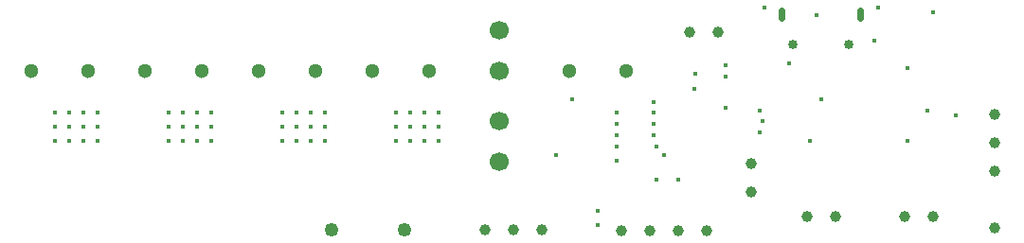
<source format=gbr>
%TF.GenerationSoftware,KiCad,Pcbnew,(5.1.5)-3*%
%TF.CreationDate,2020-01-16T00:36:53-05:00*%
%TF.ProjectId,STM32_Klipper_Expander,53544d33-325f-44b6-9c69-707065725f45,rev?*%
%TF.SameCoordinates,Original*%
%TF.FileFunction,Plated,1,2,PTH,Mixed*%
%TF.FilePolarity,Positive*%
%FSLAX46Y46*%
G04 Gerber Fmt 4.6, Leading zero omitted, Abs format (unit mm)*
G04 Created by KiCad (PCBNEW (5.1.5)-3) date 2020-01-16 00:36:53*
%MOMM*%
%LPD*%
G04 APERTURE LIST*
%TA.AperFunction,ViaDrill*%
%ADD10C,0.400000*%
%TD*%
G04 aperture for slot hole*
%TA.AperFunction,ComponentDrill*%
%ADD11C,0.600000*%
%TD*%
%TA.AperFunction,ComponentDrill*%
%ADD12C,0.850000*%
%TD*%
%TA.AperFunction,ComponentDrill*%
%ADD13C,1.000000*%
%TD*%
%TA.AperFunction,ComponentDrill*%
%ADD14C,1.250000*%
%TD*%
%TA.AperFunction,ComponentDrill*%
%ADD15C,1.300000*%
%TD*%
%TA.AperFunction,ComponentDrill*%
%ADD16C,1.700000*%
%TD*%
G04 APERTURE END LIST*
D10*
X113305000Y-86170000D03*
X113305000Y-87440000D03*
X113305000Y-88710000D03*
X114575000Y-86170000D03*
X114575000Y-87440000D03*
X114575000Y-88710000D03*
X115845000Y-86170000D03*
X115845000Y-87440000D03*
X115845000Y-88710000D03*
X117115000Y-86170000D03*
X117115000Y-87440000D03*
X117115000Y-88710000D03*
X123465000Y-86170000D03*
X123465000Y-87440000D03*
X123465000Y-88710000D03*
X124735000Y-86170000D03*
X124735000Y-87440000D03*
X124735000Y-88710000D03*
X126005000Y-86170000D03*
X126005000Y-87440000D03*
X126005000Y-88710000D03*
X127275000Y-86170000D03*
X127275000Y-87440000D03*
X127275000Y-88710000D03*
X133625000Y-86170000D03*
X133625000Y-87440000D03*
X133625000Y-88710000D03*
X134895000Y-86170000D03*
X134895000Y-87440000D03*
X134895000Y-88710000D03*
X136165000Y-86170000D03*
X136165000Y-87440000D03*
X136165000Y-88710000D03*
X137435000Y-86170000D03*
X137435000Y-87440000D03*
X137435000Y-88710000D03*
X143785000Y-86170000D03*
X143785000Y-87440000D03*
X143785000Y-88710000D03*
X145055000Y-86170000D03*
X145055000Y-87440000D03*
X145055000Y-88710000D03*
X146325000Y-86170000D03*
X146325000Y-87440000D03*
X146325000Y-88710000D03*
X147595000Y-86170000D03*
X147595000Y-87440000D03*
X147595000Y-88710000D03*
X158036563Y-90011563D03*
X159500000Y-85000000D03*
X161750000Y-95000000D03*
X161750000Y-96250000D03*
X163500000Y-86250000D03*
X163500000Y-87250000D03*
X163500000Y-88250000D03*
X163500000Y-89250000D03*
X163500000Y-90500000D03*
X166750000Y-85250000D03*
X166750000Y-86250000D03*
X166750000Y-87250000D03*
X166750000Y-88250000D03*
X167000000Y-89250000D03*
X167000000Y-92250000D03*
X167750000Y-90000000D03*
X169000000Y-92250000D03*
X170417948Y-84054701D03*
X170475000Y-82725000D03*
X173250000Y-81999997D03*
X173250000Y-83000000D03*
X173250000Y-85750000D03*
X176250000Y-86000000D03*
X176250000Y-88000000D03*
X176500000Y-87000000D03*
X176666500Y-76833500D03*
X178918000Y-81834000D03*
X180750000Y-88750000D03*
X181350200Y-77459000D03*
X181750000Y-85000000D03*
X186538000Y-79802000D03*
X186822000Y-76829000D03*
X189500000Y-82250000D03*
X189500000Y-88750000D03*
X191250000Y-86000000D03*
X191750000Y-77250000D03*
X193750000Y-86500000D03*
D11*
%TO.C,J1*%
X178242000Y-77071500D02*
X178242000Y-77771500D01*
X185242000Y-77771500D02*
X185242000Y-77071500D01*
D12*
X179242000Y-80121500D03*
X184242000Y-80121500D03*
D13*
%TO.C,J12*%
X175500000Y-90750000D03*
X175500000Y-93290000D03*
%TO.C,J9*%
X180500000Y-95500000D03*
X183000000Y-95500000D03*
%TO.C,J4*%
X151670000Y-96750000D03*
X154210000Y-96750000D03*
X156750000Y-96750000D03*
%TO.C,J11*%
X197250000Y-86420000D03*
X197250000Y-88960000D03*
X197250000Y-91500000D03*
%TO.C,J10*%
X197250000Y-96500000D03*
%TO.C,J8*%
X189250000Y-95500000D03*
X191750000Y-95500000D03*
%TO.C,J2*%
X163874000Y-96778000D03*
X166414000Y-96778000D03*
X168954000Y-96778000D03*
X171494000Y-96778000D03*
%TO.C,J7*%
X170000000Y-79000000D03*
X172540000Y-79000000D03*
D14*
%TO.C,SW2*%
X138000000Y-96750000D03*
X144500000Y-96750000D03*
D15*
%TO.C,J6*%
X111190000Y-82500000D03*
X116270000Y-82500000D03*
X121350000Y-82500000D03*
X126430000Y-82500000D03*
X131510000Y-82500000D03*
X136590000Y-82500000D03*
X141670000Y-82500000D03*
X146750000Y-82500000D03*
%TO.C,J5*%
X159270000Y-82500000D03*
X164350000Y-82500000D03*
D16*
%TO.C,F1*%
X153000000Y-78845000D03*
X153000000Y-82505000D03*
X153000000Y-86975000D03*
X153000000Y-90635000D03*
M02*

</source>
